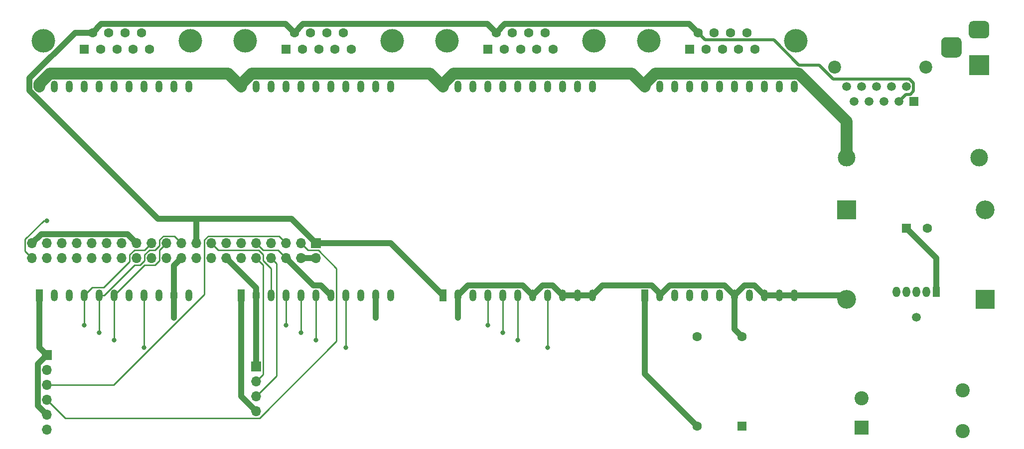
<source format=gtl>
%TF.GenerationSoftware,KiCad,Pcbnew,(5.1.10)-1*%
%TF.CreationDate,2021-05-31T17:59:24+02:00*%
%TF.ProjectId,pimoco,70696d6f-636f-42e6-9b69-6361645f7063,rev?*%
%TF.SameCoordinates,Original*%
%TF.FileFunction,Copper,L1,Top*%
%TF.FilePolarity,Positive*%
%FSLAX46Y46*%
G04 Gerber Fmt 4.6, Leading zero omitted, Abs format (unit mm)*
G04 Created by KiCad (PCBNEW (5.1.10)-1) date 2021-05-31 17:59:24*
%MOMM*%
%LPD*%
G01*
G04 APERTURE LIST*
%TA.AperFunction,ComponentPad*%
%ADD10O,1.200000X2.000000*%
%TD*%
%TA.AperFunction,ComponentPad*%
%ADD11R,1.200000X2.000000*%
%TD*%
%TA.AperFunction,ComponentPad*%
%ADD12C,1.500000*%
%TD*%
%TA.AperFunction,ComponentPad*%
%ADD13R,1.600000X1.600000*%
%TD*%
%TA.AperFunction,ComponentPad*%
%ADD14C,1.600000*%
%TD*%
%TA.AperFunction,ComponentPad*%
%ADD15R,3.500000X3.500000*%
%TD*%
%TA.AperFunction,ComponentPad*%
%ADD16O,1.700000X1.700000*%
%TD*%
%TA.AperFunction,ComponentPad*%
%ADD17R,1.700000X1.700000*%
%TD*%
%TA.AperFunction,ComponentPad*%
%ADD18R,2.400000X2.400000*%
%TD*%
%TA.AperFunction,ComponentPad*%
%ADD19C,2.400000*%
%TD*%
%TA.AperFunction,ComponentPad*%
%ADD20R,3.200000X3.200000*%
%TD*%
%TA.AperFunction,ComponentPad*%
%ADD21O,3.200000X3.200000*%
%TD*%
%TA.AperFunction,ComponentPad*%
%ADD22C,3.000000*%
%TD*%
%TA.AperFunction,ComponentPad*%
%ADD23R,1.275000X1.800000*%
%TD*%
%TA.AperFunction,ComponentPad*%
%ADD24O,1.275000X1.800000*%
%TD*%
%TA.AperFunction,ComponentPad*%
%ADD25C,4.000000*%
%TD*%
%TA.AperFunction,ComponentPad*%
%ADD26R,1.500000X1.500000*%
%TD*%
%TA.AperFunction,ComponentPad*%
%ADD27C,2.200000*%
%TD*%
%TA.AperFunction,ViaPad*%
%ADD28C,0.800000*%
%TD*%
%TA.AperFunction,Conductor*%
%ADD29C,2.000000*%
%TD*%
%TA.AperFunction,Conductor*%
%ADD30C,1.000000*%
%TD*%
%TA.AperFunction,Conductor*%
%ADD31C,0.250000*%
%TD*%
%TA.AperFunction,Conductor*%
%ADD32C,0.500000*%
%TD*%
G04 APERTURE END LIST*
D10*
%TO.P,U1,11*%
%TO.N,GND*%
X161925000Y-113665000D03*
%TO.P,U1,22*%
%TO.N,Net-(J1-Pad7)*%
X161925000Y-78105000D03*
%TO.P,U1,10*%
%TO.N,GND*%
X159385000Y-113665000D03*
%TO.P,U1,21*%
%TO.N,Net-(J1-Pad8)*%
X159385000Y-78105000D03*
%TO.P,U1,9*%
%TO.N,GND*%
X156845000Y-113665000D03*
%TO.P,U1,20*%
%TO.N,Net-(J1-Pad9)*%
X156845000Y-78105000D03*
%TO.P,U1,8*%
%TO.N,CLK*%
X154305000Y-113665000D03*
%TO.P,U1,19*%
%TO.N,DIAG0_1*%
X154305000Y-78105000D03*
%TO.P,U1,7*%
%TO.N,GND*%
X151765000Y-113665000D03*
%TO.P,U1,18*%
X151765000Y-78105000D03*
%TO.P,U1,6*%
%TO.N,MISO*%
X149225000Y-113665000D03*
%TO.P,U1,17*%
%TO.N,Net-(J1-Pad5)*%
X149225000Y-78105000D03*
%TO.P,U1,5*%
%TO.N,MOSI*%
X146685000Y-113665000D03*
%TO.P,U1,16*%
%TO.N,Net-(J1-Pad4)*%
X146685000Y-78105000D03*
%TO.P,U1,4*%
%TO.N,SCLK*%
X144145000Y-113665000D03*
%TO.P,U1,15*%
%TO.N,Net-(J1-Pad2)*%
X144145000Y-78105000D03*
%TO.P,U1,3*%
%TO.N,CE1*%
X141605000Y-113665000D03*
%TO.P,U1,14*%
%TO.N,Net-(J1-Pad1)*%
X141605000Y-78105000D03*
%TO.P,U1,2*%
%TO.N,GND*%
X139065000Y-113665000D03*
%TO.P,U1,13*%
X139065000Y-78105000D03*
D11*
%TO.P,U1,1*%
%TO.N,+3V3*%
X136525000Y-113665000D03*
D10*
%TO.P,U1,12*%
%TO.N,VCC*%
X136525000Y-78105000D03*
%TD*%
%TO.P,U3,11*%
%TO.N,GND*%
X93345000Y-113665000D03*
%TO.P,U3,22*%
%TO.N,Net-(J3-Pad7)*%
X93345000Y-78105000D03*
%TO.P,U3,10*%
%TO.N,GND*%
X90805000Y-113665000D03*
%TO.P,U3,21*%
%TO.N,Net-(J3-Pad8)*%
X90805000Y-78105000D03*
%TO.P,U3,9*%
%TO.N,GND*%
X88265000Y-113665000D03*
%TO.P,U3,20*%
%TO.N,Net-(J3-Pad9)*%
X88265000Y-78105000D03*
%TO.P,U3,8*%
%TO.N,CLK*%
X85725000Y-113665000D03*
%TO.P,U3,19*%
%TO.N,DIAG0_3*%
X85725000Y-78105000D03*
%TO.P,U3,7*%
%TO.N,GND*%
X83185000Y-113665000D03*
%TO.P,U3,18*%
X83185000Y-78105000D03*
%TO.P,U3,6*%
%TO.N,MISO*%
X80645000Y-113665000D03*
%TO.P,U3,17*%
%TO.N,Net-(J3-Pad5)*%
X80645000Y-78105000D03*
%TO.P,U3,5*%
%TO.N,MOSI*%
X78105000Y-113665000D03*
%TO.P,U3,16*%
%TO.N,Net-(J3-Pad4)*%
X78105000Y-78105000D03*
%TO.P,U3,4*%
%TO.N,SCLK*%
X75565000Y-113665000D03*
%TO.P,U3,15*%
%TO.N,Net-(J3-Pad2)*%
X75565000Y-78105000D03*
%TO.P,U3,3*%
%TO.N,CE3*%
X73025000Y-113665000D03*
%TO.P,U3,14*%
%TO.N,Net-(J3-Pad1)*%
X73025000Y-78105000D03*
%TO.P,U3,2*%
%TO.N,GND*%
X70485000Y-113665000D03*
%TO.P,U3,13*%
X70485000Y-78105000D03*
D11*
%TO.P,U3,1*%
%TO.N,+3V3*%
X67945000Y-113665000D03*
D10*
%TO.P,U3,12*%
%TO.N,VCC*%
X67945000Y-78105000D03*
%TD*%
%TO.P,U2,11*%
%TO.N,GND*%
X127635000Y-113665000D03*
%TO.P,U2,22*%
%TO.N,Net-(J2-Pad7)*%
X127635000Y-78105000D03*
%TO.P,U2,10*%
%TO.N,GND*%
X125095000Y-113665000D03*
%TO.P,U2,21*%
%TO.N,Net-(J2-Pad8)*%
X125095000Y-78105000D03*
%TO.P,U2,9*%
%TO.N,GND*%
X122555000Y-113665000D03*
%TO.P,U2,20*%
%TO.N,Net-(J2-Pad9)*%
X122555000Y-78105000D03*
%TO.P,U2,8*%
%TO.N,CLK*%
X120015000Y-113665000D03*
%TO.P,U2,19*%
%TO.N,DIAG0_2*%
X120015000Y-78105000D03*
%TO.P,U2,7*%
%TO.N,GND*%
X117475000Y-113665000D03*
%TO.P,U2,18*%
X117475000Y-78105000D03*
%TO.P,U2,6*%
%TO.N,MISO*%
X114935000Y-113665000D03*
%TO.P,U2,17*%
%TO.N,Net-(J2-Pad5)*%
X114935000Y-78105000D03*
%TO.P,U2,5*%
%TO.N,MOSI*%
X112395000Y-113665000D03*
%TO.P,U2,16*%
%TO.N,Net-(J2-Pad4)*%
X112395000Y-78105000D03*
%TO.P,U2,4*%
%TO.N,SCLK*%
X109855000Y-113665000D03*
%TO.P,U2,15*%
%TO.N,Net-(J2-Pad2)*%
X109855000Y-78105000D03*
%TO.P,U2,3*%
%TO.N,CE2*%
X107315000Y-113665000D03*
%TO.P,U2,14*%
%TO.N,Net-(J2-Pad1)*%
X107315000Y-78105000D03*
%TO.P,U2,2*%
%TO.N,GND*%
X104775000Y-113665000D03*
%TO.P,U2,13*%
X104775000Y-78105000D03*
D11*
%TO.P,U2,1*%
%TO.N,+3V3*%
X102235000Y-113665000D03*
D10*
%TO.P,U2,12*%
%TO.N,VCC*%
X102235000Y-78105000D03*
%TD*%
%TO.P,U0,11*%
%TO.N,GND*%
X196215000Y-113665000D03*
%TO.P,U0,22*%
%TO.N,Net-(J0-Pad7)*%
X196215000Y-78105000D03*
%TO.P,U0,10*%
%TO.N,GND*%
X193675000Y-113665000D03*
%TO.P,U0,21*%
%TO.N,Net-(J0-Pad8)*%
X193675000Y-78105000D03*
%TO.P,U0,9*%
%TO.N,GND*%
X191135000Y-113665000D03*
%TO.P,U0,20*%
%TO.N,Net-(J0-Pad9)*%
X191135000Y-78105000D03*
%TO.P,U0,8*%
%TO.N,CLK*%
X188595000Y-113665000D03*
%TO.P,U0,19*%
%TO.N,DIAG0_0*%
X188595000Y-78105000D03*
%TO.P,U0,7*%
%TO.N,GND*%
X186055000Y-113665000D03*
%TO.P,U0,18*%
X186055000Y-78105000D03*
%TO.P,U0,6*%
%TO.N,MISO*%
X183515000Y-113665000D03*
%TO.P,U0,17*%
%TO.N,Net-(J0-Pad5)*%
X183515000Y-78105000D03*
%TO.P,U0,5*%
%TO.N,MOSI*%
X180975000Y-113665000D03*
%TO.P,U0,16*%
%TO.N,Net-(J0-Pad4)*%
X180975000Y-78105000D03*
%TO.P,U0,4*%
%TO.N,SCLK*%
X178435000Y-113665000D03*
%TO.P,U0,15*%
%TO.N,Net-(J0-Pad2)*%
X178435000Y-78105000D03*
%TO.P,U0,3*%
%TO.N,CE0*%
X175895000Y-113665000D03*
%TO.P,U0,14*%
%TO.N,Net-(J0-Pad1)*%
X175895000Y-78105000D03*
%TO.P,U0,2*%
%TO.N,GND*%
X173355000Y-113665000D03*
%TO.P,U0,13*%
X173355000Y-78105000D03*
D11*
%TO.P,U0,1*%
%TO.N,+3V3*%
X170815000Y-113665000D03*
D10*
%TO.P,U0,12*%
%TO.N,VCC*%
X170815000Y-78105000D03*
%TD*%
D12*
%TO.P,HS1,1*%
%TO.N,GND*%
X216916000Y-117348000D03*
%TD*%
D13*
%TO.P,X1,1*%
%TO.N,N/C*%
X187325000Y-135890000D03*
D14*
%TO.P,X1,14*%
%TO.N,+3V3*%
X179705000Y-135890000D03*
%TO.P,X1,8*%
%TO.N,CLK*%
X179705000Y-120650000D03*
%TO.P,X1,7*%
%TO.N,GND*%
X187325000Y-120650000D03*
%TD*%
D15*
%TO.P,J5,1*%
%TO.N,Net-(F1-Pad2)*%
X227584000Y-74422000D03*
%TO.P,J5,2*%
%TO.N,GND*%
%TA.AperFunction,ComponentPad*%
G36*
G01*
X226584000Y-66922000D02*
X228584000Y-66922000D01*
G75*
G02*
X229334000Y-67672000I0J-750000D01*
G01*
X229334000Y-69172000D01*
G75*
G02*
X228584000Y-69922000I-750000J0D01*
G01*
X226584000Y-69922000D01*
G75*
G02*
X225834000Y-69172000I0J750000D01*
G01*
X225834000Y-67672000D01*
G75*
G02*
X226584000Y-66922000I750000J0D01*
G01*
G37*
%TD.AperFunction*%
%TO.P,J5,3*%
%TA.AperFunction,ComponentPad*%
G36*
G01*
X222009000Y-69672000D02*
X223759000Y-69672000D01*
G75*
G02*
X224634000Y-70547000I0J-875000D01*
G01*
X224634000Y-72297000D01*
G75*
G02*
X223759000Y-73172000I-875000J0D01*
G01*
X222009000Y-73172000D01*
G75*
G02*
X221134000Y-72297000I0J875000D01*
G01*
X221134000Y-70547000D01*
G75*
G02*
X222009000Y-69672000I875000J0D01*
G01*
G37*
%TD.AperFunction*%
%TD*%
D16*
%TO.P,J6,40*%
%TO.N,DIAG0_3*%
X66675000Y-107315000D03*
%TO.P,J6,39*%
%TO.N,GND*%
X66675000Y-104775000D03*
%TO.P,J6,38*%
%TO.N,DIAG0_2*%
X69215000Y-107315000D03*
%TO.P,J6,37*%
%TO.N,N/C*%
X69215000Y-104775000D03*
%TO.P,J6,36*%
%TO.N,DIAG0_1*%
X71755000Y-107315000D03*
%TO.P,J6,35*%
%TO.N,DIAG0_0*%
X71755000Y-104775000D03*
%TO.P,J6,34*%
%TO.N,GND*%
X74295000Y-107315000D03*
%TO.P,J6,33*%
%TO.N,N/C*%
X74295000Y-104775000D03*
%TO.P,J6,32*%
X76835000Y-107315000D03*
%TO.P,J6,31*%
X76835000Y-104775000D03*
%TO.P,J6,30*%
%TO.N,GND*%
X79375000Y-107315000D03*
%TO.P,J6,29*%
%TO.N,N/C*%
X79375000Y-104775000D03*
%TO.P,J6,28*%
X81915000Y-107315000D03*
%TO.P,J6,27*%
X81915000Y-104775000D03*
%TO.P,J6,26*%
%TO.N,CE1*%
X84455000Y-107315000D03*
%TO.P,J6,25*%
%TO.N,GND*%
X84455000Y-104775000D03*
%TO.P,J6,24*%
%TO.N,CE0*%
X86995000Y-107315000D03*
%TO.P,J6,23*%
%TO.N,SCLK*%
X86995000Y-104775000D03*
%TO.P,J6,22*%
%TO.N,N/C*%
X89535000Y-107315000D03*
%TO.P,J6,21*%
%TO.N,MISO*%
X89535000Y-104775000D03*
%TO.P,J6,20*%
%TO.N,GND*%
X92075000Y-107315000D03*
%TO.P,J6,19*%
%TO.N,MOSI*%
X92075000Y-104775000D03*
%TO.P,J6,18*%
%TO.N,N/C*%
X94615000Y-107315000D03*
%TO.P,J6,17*%
%TO.N,+3V3*%
X94615000Y-104775000D03*
%TO.P,J6,16*%
%TO.N,N/C*%
X97155000Y-107315000D03*
%TO.P,J6,15*%
%TO.N,CE2*%
X97155000Y-104775000D03*
%TO.P,J6,14*%
%TO.N,GND*%
X99695000Y-107315000D03*
%TO.P,J6,13*%
%TO.N,CE3*%
X99695000Y-104775000D03*
%TO.P,J6,12*%
%TO.N,N/C*%
X102235000Y-107315000D03*
%TO.P,J6,11*%
X102235000Y-104775000D03*
%TO.P,J6,10*%
%TO.N,Net-(J6-Pad10)*%
X104775000Y-107315000D03*
%TO.P,J6,9*%
%TO.N,GND*%
X104775000Y-104775000D03*
%TO.P,J6,8*%
%TO.N,Net-(J6-Pad8)*%
X107315000Y-107315000D03*
%TO.P,J6,7*%
%TO.N,Net-(J4-Pad2)*%
X107315000Y-104775000D03*
%TO.P,J6,6*%
%TO.N,GND*%
X109855000Y-107315000D03*
%TO.P,J6,5*%
%TO.N,Net-(J6-Pad5)*%
X109855000Y-104775000D03*
%TO.P,J6,4*%
%TO.N,+5V*%
X112395000Y-107315000D03*
%TO.P,J6,3*%
%TO.N,Net-(J6-Pad3)*%
X112395000Y-104775000D03*
%TO.P,J6,2*%
%TO.N,+5V*%
X114935000Y-107315000D03*
D17*
%TO.P,J6,1*%
%TO.N,+3V3*%
X114935000Y-104775000D03*
%TD*%
D18*
%TO.P,C2,1*%
%TO.N,+5V*%
X207645000Y-136144000D03*
D19*
%TO.P,C2,2*%
%TO.N,GND*%
X207645000Y-131144000D03*
%TD*%
D13*
%TO.P,C1,1*%
%TO.N,VCC*%
X215265000Y-102235000D03*
D14*
%TO.P,C1,2*%
%TO.N,GND*%
X218765000Y-102235000D03*
%TD*%
D20*
%TO.P,D2,1*%
%TO.N,Net-(D2-Pad1)*%
X228600000Y-114300000D03*
D21*
%TO.P,D2,2*%
%TO.N,GND*%
X228600000Y-99060000D03*
%TD*%
D22*
%TO.P,F1,1*%
%TO.N,VCC*%
X205105000Y-90170000D03*
%TO.P,F1,2*%
%TO.N,Net-(F1-Pad2)*%
X227605000Y-90170000D03*
%TD*%
D19*
%TO.P,L1,1*%
%TO.N,Net-(D2-Pad1)*%
X224790000Y-129794000D03*
%TO.P,L1,2*%
%TO.N,+5V*%
X224790000Y-136794000D03*
%TD*%
D23*
%TO.P,U6,1*%
%TO.N,VCC*%
X220345000Y-113030000D03*
D24*
%TO.P,U6,2*%
%TO.N,Net-(D2-Pad1)*%
X218645000Y-113030000D03*
%TO.P,U6,3*%
%TO.N,GND*%
X216945000Y-113030000D03*
%TO.P,U6,4*%
%TO.N,+5V*%
X215245000Y-113030000D03*
%TO.P,U6,5*%
%TO.N,GND*%
X213545000Y-113030000D03*
%TD*%
D13*
%TO.P,J0,1*%
%TO.N,Net-(J0-Pad1)*%
X178435000Y-71755000D03*
D14*
%TO.P,J0,2*%
%TO.N,Net-(J0-Pad2)*%
X181205000Y-71755000D03*
%TO.P,J0,3*%
%TO.N,GND*%
X183975000Y-71755000D03*
%TO.P,J0,4*%
%TO.N,Net-(J0-Pad4)*%
X186745000Y-71755000D03*
%TO.P,J0,5*%
%TO.N,Net-(J0-Pad5)*%
X189515000Y-71755000D03*
%TO.P,J0,6*%
%TO.N,+3V3*%
X179820000Y-68915000D03*
%TO.P,J0,7*%
%TO.N,Net-(J0-Pad7)*%
X182590000Y-68915000D03*
%TO.P,J0,8*%
%TO.N,Net-(J0-Pad8)*%
X185360000Y-68915000D03*
%TO.P,J0,9*%
%TO.N,Net-(J0-Pad9)*%
X188130000Y-68915000D03*
D25*
%TO.P,J0,0*%
%TO.N,GND*%
X196475000Y-70335000D03*
X171475000Y-70335000D03*
%TD*%
%TO.P,J1,0*%
%TO.N,GND*%
X137185000Y-70335000D03*
X162185000Y-70335000D03*
D14*
%TO.P,J1,9*%
%TO.N,Net-(J1-Pad9)*%
X153840000Y-68915000D03*
%TO.P,J1,8*%
%TO.N,Net-(J1-Pad8)*%
X151070000Y-68915000D03*
%TO.P,J1,7*%
%TO.N,Net-(J1-Pad7)*%
X148300000Y-68915000D03*
%TO.P,J1,6*%
%TO.N,+3V3*%
X145530000Y-68915000D03*
%TO.P,J1,5*%
%TO.N,Net-(J1-Pad5)*%
X155225000Y-71755000D03*
%TO.P,J1,4*%
%TO.N,Net-(J1-Pad4)*%
X152455000Y-71755000D03*
%TO.P,J1,3*%
%TO.N,GND*%
X149685000Y-71755000D03*
%TO.P,J1,2*%
%TO.N,Net-(J1-Pad2)*%
X146915000Y-71755000D03*
D13*
%TO.P,J1,1*%
%TO.N,Net-(J1-Pad1)*%
X144145000Y-71755000D03*
%TD*%
D25*
%TO.P,J2,0*%
%TO.N,GND*%
X102895000Y-70335000D03*
X127895000Y-70335000D03*
D14*
%TO.P,J2,9*%
%TO.N,Net-(J2-Pad9)*%
X119550000Y-68915000D03*
%TO.P,J2,8*%
%TO.N,Net-(J2-Pad8)*%
X116780000Y-68915000D03*
%TO.P,J2,7*%
%TO.N,Net-(J2-Pad7)*%
X114010000Y-68915000D03*
%TO.P,J2,6*%
%TO.N,+3V3*%
X111240000Y-68915000D03*
%TO.P,J2,5*%
%TO.N,Net-(J2-Pad5)*%
X120935000Y-71755000D03*
%TO.P,J2,4*%
%TO.N,Net-(J2-Pad4)*%
X118165000Y-71755000D03*
%TO.P,J2,3*%
%TO.N,GND*%
X115395000Y-71755000D03*
%TO.P,J2,2*%
%TO.N,Net-(J2-Pad2)*%
X112625000Y-71755000D03*
D13*
%TO.P,J2,1*%
%TO.N,Net-(J2-Pad1)*%
X109855000Y-71755000D03*
%TD*%
%TO.P,J3,1*%
%TO.N,Net-(J3-Pad1)*%
X75565000Y-71755000D03*
D14*
%TO.P,J3,2*%
%TO.N,Net-(J3-Pad2)*%
X78335000Y-71755000D03*
%TO.P,J3,3*%
%TO.N,GND*%
X81105000Y-71755000D03*
%TO.P,J3,4*%
%TO.N,Net-(J3-Pad4)*%
X83875000Y-71755000D03*
%TO.P,J3,5*%
%TO.N,Net-(J3-Pad5)*%
X86645000Y-71755000D03*
%TO.P,J3,6*%
%TO.N,+3V3*%
X76950000Y-68915000D03*
%TO.P,J3,7*%
%TO.N,Net-(J3-Pad7)*%
X79720000Y-68915000D03*
%TO.P,J3,8*%
%TO.N,Net-(J3-Pad8)*%
X82490000Y-68915000D03*
%TO.P,J3,9*%
%TO.N,Net-(J3-Pad9)*%
X85260000Y-68915000D03*
D25*
%TO.P,J3,0*%
%TO.N,GND*%
X93605000Y-70335000D03*
X68605000Y-70335000D03*
%TD*%
D17*
%TO.P,U5,1*%
%TO.N,GND*%
X104775000Y-125730000D03*
D16*
%TO.P,U5,2*%
%TO.N,Net-(J6-Pad10)*%
X104775000Y-128270000D03*
%TO.P,U5,3*%
%TO.N,Net-(J6-Pad8)*%
X104775000Y-130810000D03*
%TO.P,U5,4*%
%TO.N,+3V3*%
X104775000Y-133350000D03*
%TD*%
D17*
%TO.P,U4,1*%
%TO.N,+3V3*%
X69215000Y-123825000D03*
D16*
%TO.P,U4,2*%
%TO.N,GND*%
X69215000Y-126365000D03*
%TO.P,U4,3*%
%TO.N,Net-(J6-Pad5)*%
X69215000Y-128905000D03*
%TO.P,U4,4*%
%TO.N,Net-(J6-Pad3)*%
X69215000Y-131445000D03*
%TO.P,U4,5*%
%TO.N,+3V3*%
X69215000Y-133985000D03*
%TO.P,U4,6*%
%TO.N,GND*%
X69215000Y-136525000D03*
%TD*%
D20*
%TO.P,D1,1*%
%TO.N,VCC*%
X205105000Y-99060000D03*
D21*
%TO.P,D1,2*%
%TO.N,GND*%
X205105000Y-114300000D03*
%TD*%
D26*
%TO.P,J4,1*%
%TO.N,GND*%
X216535000Y-80645000D03*
D12*
%TO.P,J4,3*%
%TO.N,+3V3*%
X213995000Y-80645000D03*
%TO.P,J4,5*%
%TO.N,N/C*%
X211455000Y-80645000D03*
%TO.P,J4,7*%
X208915000Y-80645000D03*
%TO.P,J4,9*%
X206375000Y-80645000D03*
%TO.P,J4,2*%
%TO.N,Net-(J4-Pad2)*%
X215265000Y-78105000D03*
%TO.P,J4,4*%
%TO.N,N/C*%
X212725000Y-78105000D03*
%TO.P,J4,6*%
X210185000Y-78105000D03*
%TO.P,J4,8*%
X207645000Y-78105000D03*
D27*
%TO.P,J4,SH*%
%TO.N,GND*%
X218565000Y-74805000D03*
X203075000Y-74805000D03*
D12*
%TO.P,J4,10*%
%TO.N,N/C*%
X205105000Y-78105000D03*
%TD*%
D28*
%TO.N,GND*%
X139065000Y-117475000D03*
X104775000Y-117475000D03*
X90805000Y-117475000D03*
X125095000Y-117475000D03*
%TO.N,DIAG0_3*%
X69215000Y-100965000D03*
%TO.N,MOSI*%
X146685000Y-120015000D03*
X112395000Y-120015000D03*
X78105000Y-120015000D03*
%TO.N,MISO*%
X149225000Y-121285000D03*
X114935000Y-121285000D03*
X80645000Y-121285000D03*
%TO.N,SCLK*%
X144145000Y-118745000D03*
X109855000Y-118745000D03*
X75565000Y-118745000D03*
%TO.N,CLK*%
X85725000Y-122555000D03*
X120015000Y-122555000D03*
X154305000Y-122555000D03*
%TD*%
D29*
%TO.N,VCC*%
X136525000Y-77699402D02*
X136525000Y-78105000D01*
X138319412Y-75904990D02*
X136525000Y-77699402D01*
X168614990Y-75904990D02*
X138319412Y-75904990D01*
X170815000Y-78105000D02*
X168614990Y-75904990D01*
X104029412Y-75904990D02*
X102235000Y-77699402D01*
X134324990Y-75904990D02*
X104029412Y-75904990D01*
X102235000Y-77699402D02*
X102235000Y-78105000D01*
X136525000Y-78105000D02*
X134324990Y-75904990D01*
X67945000Y-77699402D02*
X67945000Y-78105000D01*
X69739412Y-75904990D02*
X67945000Y-77699402D01*
X100034990Y-75904990D02*
X69739412Y-75904990D01*
X102235000Y-78105000D02*
X100034990Y-75904990D01*
X170815000Y-77699402D02*
X170815000Y-78105000D01*
X172609412Y-75904990D02*
X170815000Y-77699402D01*
X196960588Y-75904990D02*
X172609412Y-75904990D01*
X205105000Y-84049402D02*
X196960588Y-75904990D01*
X205105000Y-90170000D02*
X205105000Y-84049402D01*
D30*
X220345000Y-107315000D02*
X220345000Y-113030000D01*
X215265000Y-102235000D02*
X220345000Y-107315000D01*
%TO.N,GND*%
X104775000Y-113665000D02*
X104775000Y-117475000D01*
X139065000Y-113665000D02*
X139065000Y-117475000D01*
X125095000Y-117475000D02*
X125095000Y-113665000D01*
X90805000Y-117475000D02*
X90805000Y-113665000D01*
X104775000Y-117475000D02*
X104775000Y-123825000D01*
X90805000Y-108585000D02*
X92075000Y-107315000D01*
X90805000Y-113665000D02*
X90805000Y-108585000D01*
X104775000Y-112395000D02*
X99695000Y-107315000D01*
X104775000Y-113665000D02*
X104775000Y-112395000D01*
X114504990Y-111964990D02*
X109855000Y-107315000D01*
X115774990Y-111964990D02*
X114504990Y-111964990D01*
X117475000Y-113665000D02*
X115774990Y-111964990D01*
D31*
X105950001Y-105950001D02*
X104775000Y-104775000D01*
X108490001Y-105950001D02*
X105950001Y-105950001D01*
X109855000Y-107315000D02*
X108490001Y-105950001D01*
D30*
X82904999Y-103224999D02*
X84455000Y-104775000D01*
X68225001Y-103224999D02*
X82904999Y-103224999D01*
X66675000Y-104775000D02*
X68225001Y-103224999D01*
X140765010Y-111964990D02*
X150064990Y-111964990D01*
X139065000Y-113665000D02*
X140765010Y-111964990D01*
X150064990Y-111964990D02*
X151765000Y-113665000D01*
X193675000Y-113665000D02*
X191135000Y-113665000D01*
X187755010Y-111964990D02*
X186055000Y-113665000D01*
X189434990Y-111964990D02*
X187755010Y-111964990D01*
X191135000Y-113665000D02*
X189434990Y-111964990D01*
X175055010Y-111964990D02*
X173355000Y-113665000D01*
X184354990Y-111964990D02*
X175055010Y-111964990D01*
X186055000Y-113665000D02*
X184354990Y-111964990D01*
X161925000Y-113665000D02*
X159385000Y-113665000D01*
X159385000Y-113665000D02*
X156845000Y-113665000D01*
X153465010Y-111964990D02*
X151765000Y-113665000D01*
X155144990Y-111964990D02*
X153465010Y-111964990D01*
X156845000Y-113665000D02*
X155144990Y-111964990D01*
X104775000Y-123825000D02*
X104775000Y-125730000D01*
X194310000Y-113665000D02*
X193675000Y-113665000D01*
X196215000Y-113665000D02*
X194310000Y-113665000D01*
X186055000Y-119380000D02*
X187325000Y-120650000D01*
X186055000Y-113665000D02*
X186055000Y-119380000D01*
X204470000Y-113665000D02*
X205105000Y-114300000D01*
X196215000Y-113665000D02*
X204470000Y-113665000D01*
X163625001Y-111964999D02*
X161925000Y-113665000D01*
X171975001Y-111964999D02*
X163625001Y-111964999D01*
X173355000Y-113344998D02*
X171975001Y-111964999D01*
X173355000Y-113665000D02*
X173355000Y-113344998D01*
%TO.N,+5V*%
X114935000Y-107315000D02*
X112395000Y-107315000D01*
%TO.N,+3V3*%
X94615000Y-104775000D02*
X94615000Y-100606998D01*
X74021002Y-68915000D02*
X76950000Y-68915000D01*
X66244990Y-78809167D02*
X66244990Y-76691012D01*
X88042821Y-100606998D02*
X66244990Y-78809167D01*
X66244990Y-76691012D02*
X74021002Y-68915000D01*
X94615000Y-100606998D02*
X88042821Y-100606998D01*
X110766998Y-100606998D02*
X114935000Y-104775000D01*
X94615000Y-100606998D02*
X110766998Y-100606998D01*
X78450001Y-67414999D02*
X76950000Y-68915000D01*
X109739999Y-67414999D02*
X78450001Y-67414999D01*
X111240000Y-68915000D02*
X109739999Y-67414999D01*
X112740001Y-67414999D02*
X111240000Y-68915000D01*
X144029999Y-67414999D02*
X112740001Y-67414999D01*
X145530000Y-68915000D02*
X144029999Y-67414999D01*
X147030001Y-67414999D02*
X145530000Y-68915000D01*
X178319999Y-67414999D02*
X147030001Y-67414999D01*
X179820000Y-68915000D02*
X178319999Y-67414999D01*
X127635000Y-104775000D02*
X136525000Y-113665000D01*
X114935000Y-104775000D02*
X127635000Y-104775000D01*
X102235000Y-130810000D02*
X104775000Y-133350000D01*
X102235000Y-116205000D02*
X102235000Y-130810000D01*
X67945000Y-122555000D02*
X69215000Y-123825000D01*
X67945000Y-113665000D02*
X67945000Y-122555000D01*
X67664999Y-132434999D02*
X69215000Y-133985000D01*
X67664999Y-125375001D02*
X67664999Y-132434999D01*
X69215000Y-123825000D02*
X67664999Y-125375001D01*
X102235000Y-116205000D02*
X102235000Y-113665000D01*
D32*
X215900000Y-79444999D02*
X215195001Y-79444999D01*
X216465001Y-78879998D02*
X215900000Y-79444999D01*
X202810998Y-76835000D02*
X215771002Y-76835000D01*
X215195001Y-79444999D02*
X213995000Y-80645000D01*
X216465001Y-77528999D02*
X216465001Y-78879998D01*
X200430978Y-74454980D02*
X202810998Y-76835000D01*
X215771002Y-76835000D02*
X216465001Y-77528999D01*
X196968978Y-74454980D02*
X200430978Y-74454980D01*
X192678999Y-70165001D02*
X196968978Y-74454980D01*
X181070001Y-70165001D02*
X192678999Y-70165001D01*
X179820000Y-68915000D02*
X181070001Y-70165001D01*
D30*
X170815000Y-127000000D02*
X179705000Y-135890000D01*
X170815000Y-113665000D02*
X170815000Y-127000000D01*
D31*
%TO.N,DIAG0_3*%
X65499999Y-106139999D02*
X66675000Y-107315000D01*
X65499999Y-104114316D02*
X65499999Y-106139999D01*
X68649315Y-100965000D02*
X65499999Y-104114316D01*
X69215000Y-100965000D02*
X68649315Y-100965000D01*
%TO.N,CE2*%
X105950001Y-106750999D02*
X105149003Y-105950001D01*
X105950001Y-107689003D02*
X105950001Y-106750999D01*
X107315000Y-109054002D02*
X105950001Y-107689003D01*
X98330001Y-105950001D02*
X97155000Y-104775000D01*
X105149003Y-105950001D02*
X98330001Y-105950001D01*
X107315000Y-113665000D02*
X107315000Y-109054002D01*
%TO.N,DIAG0_0*%
X71755000Y-104775000D02*
X71755000Y-105411410D01*
%TO.N,MOSI*%
X78105000Y-113665000D02*
X78105000Y-120015000D01*
X112395000Y-113665000D02*
X112395000Y-120015000D01*
X146685000Y-113665000D02*
X146685000Y-120015000D01*
X88359999Y-105149003D02*
X88359999Y-104210999D01*
X87559001Y-105950001D02*
X88359999Y-105149003D01*
X86620997Y-105950001D02*
X87559001Y-105950001D01*
X85819999Y-106750999D02*
X86620997Y-105950001D01*
X88970999Y-103599999D02*
X90899999Y-103599999D01*
X85819999Y-107689003D02*
X85819999Y-106750999D01*
X88359999Y-104210999D02*
X88970999Y-103599999D01*
X85019001Y-108490001D02*
X85819999Y-107689003D01*
X84111838Y-108490001D02*
X85019001Y-108490001D01*
X90899999Y-103599999D02*
X92075000Y-104775000D01*
X78936839Y-113665000D02*
X84111838Y-108490001D01*
X78105000Y-113665000D02*
X78936839Y-113665000D01*
%TO.N,MISO*%
X80645000Y-113665000D02*
X80645000Y-121285000D01*
X114935000Y-113665000D02*
X114935000Y-121285000D01*
X149225000Y-113665000D02*
X149225000Y-121285000D01*
X88359999Y-105950001D02*
X89535000Y-104775000D01*
X88359999Y-107689003D02*
X88359999Y-105950001D01*
X87559001Y-108490001D02*
X88359999Y-107689003D01*
X85819999Y-108490001D02*
X87559001Y-108490001D01*
X80645000Y-113665000D02*
X85819999Y-108490001D01*
%TO.N,SCLK*%
X75565000Y-113665000D02*
X75565000Y-118745000D01*
X109855000Y-113665000D02*
X109855000Y-118745000D01*
X144145000Y-113665000D02*
X144145000Y-118745000D01*
X85819999Y-105950001D02*
X86995000Y-104775000D01*
X84080997Y-105950001D02*
X85819999Y-105950001D01*
X83279999Y-106750999D02*
X84080997Y-105950001D01*
X83279999Y-107879001D02*
X83279999Y-106750999D01*
X78819010Y-112339990D02*
X83279999Y-107879001D01*
X76890010Y-112339990D02*
X78819010Y-112339990D01*
X75565000Y-113665000D02*
X76890010Y-112339990D01*
%TO.N,CLK*%
X85725000Y-113665000D02*
X85725000Y-122555000D01*
X120015000Y-113665000D02*
X120015000Y-122555000D01*
X154305000Y-113665000D02*
X154305000Y-122555000D01*
%TO.N,Net-(J6-Pad10)*%
X105950001Y-108490001D02*
X104775000Y-107315000D01*
X104775000Y-128270000D02*
X105950001Y-127094999D01*
X105950001Y-127094999D02*
X105950001Y-125000001D01*
X105950001Y-125000001D02*
X105950001Y-108490001D01*
X105950001Y-125189999D02*
X105950001Y-125000001D01*
%TO.N,Net-(J6-Pad8)*%
X108240010Y-127344990D02*
X104775000Y-130810000D01*
X108240010Y-108240010D02*
X108240010Y-127344990D01*
X107315000Y-107315000D02*
X108240010Y-108240010D01*
%TO.N,Net-(J6-Pad5)*%
X96590999Y-103599999D02*
X108679999Y-103599999D01*
X95979999Y-104210999D02*
X96590999Y-103599999D01*
X108679999Y-103599999D02*
X109855000Y-104775000D01*
X95979999Y-113466741D02*
X95979999Y-104210999D01*
X80541740Y-128905000D02*
X95979999Y-113466741D01*
X69215000Y-128905000D02*
X80541740Y-128905000D01*
%TO.N,Net-(J6-Pad3)*%
X113570001Y-105950001D02*
X112395000Y-104775000D01*
X118400010Y-109041008D02*
X115309003Y-105950001D01*
X115309003Y-105950001D02*
X113570001Y-105950001D01*
X118400010Y-121463992D02*
X118400010Y-109041008D01*
X105339001Y-134525001D02*
X118400010Y-121463992D01*
X72295001Y-134525001D02*
X105339001Y-134525001D01*
X69215000Y-131445000D02*
X72295001Y-134525001D01*
%TD*%
M02*

</source>
